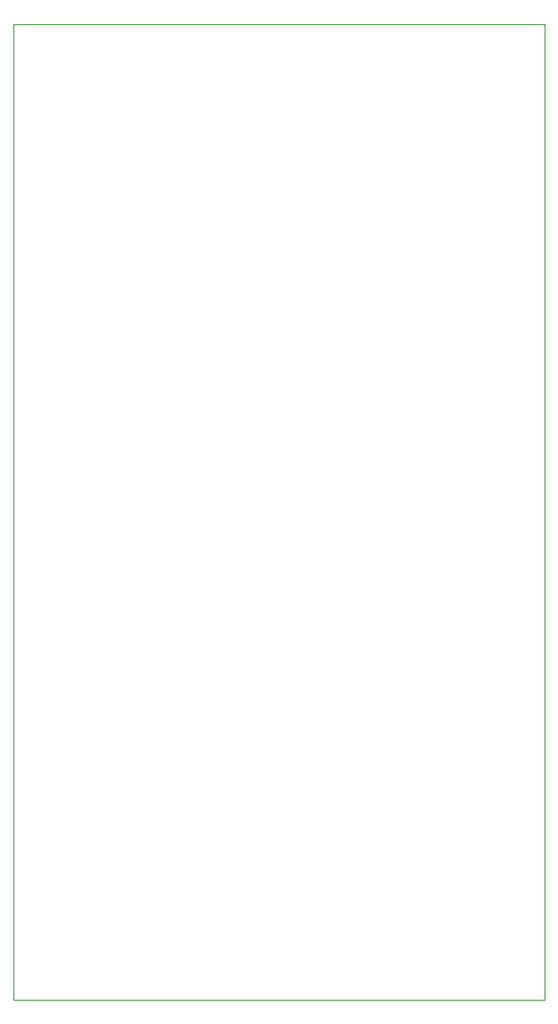
<source format=gm1>
G04 #@! TF.GenerationSoftware,KiCad,Pcbnew,(5.1.6)-1*
G04 #@! TF.CreationDate,2020-06-25T08:47:51+09:00*
G04 #@! TF.ProjectId,4P-AND,34502d41-4e44-42e6-9b69-6361645f7063,rev?*
G04 #@! TF.SameCoordinates,Original*
G04 #@! TF.FileFunction,Profile,NP*
%FSLAX46Y46*%
G04 Gerber Fmt 4.6, Leading zero omitted, Abs format (unit mm)*
G04 Created by KiCad (PCBNEW (5.1.6)-1) date 2020-06-25 08:47:51*
%MOMM*%
%LPD*%
G01*
G04 APERTURE LIST*
G04 #@! TA.AperFunction,Profile*
%ADD10C,0.050000*%
G04 #@! TD*
G04 APERTURE END LIST*
D10*
X80010000Y-103485000D02*
X80010000Y-121900000D01*
X80010000Y-85075000D02*
X80010000Y-103490000D01*
X80010000Y-66665000D02*
X80010000Y-85080000D01*
X80010000Y-48255000D02*
X80010000Y-66670000D01*
X80010000Y-121900000D02*
X29845000Y-121900000D01*
X29845000Y-121900000D02*
X29845000Y-103485000D01*
X29845000Y-103490000D02*
X29845000Y-85075000D01*
X29845000Y-85080000D02*
X29845000Y-66665000D01*
X29845000Y-66670000D02*
X29845000Y-48255000D01*
X29845000Y-48260000D02*
X29845000Y-29845000D01*
X80010000Y-29845000D02*
X80010000Y-48260000D01*
X29845000Y-29845000D02*
X80010000Y-29845000D01*
M02*

</source>
